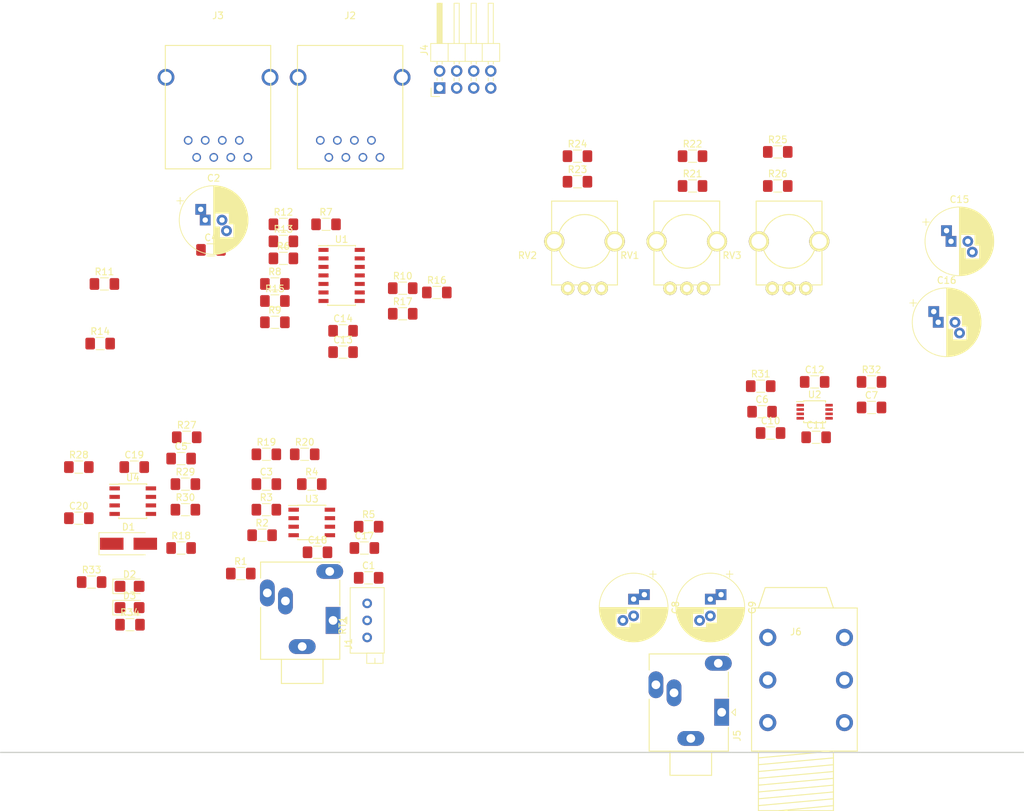
<source format=kicad_pcb>
(kicad_pcb (version 20171130) (host pcbnew 5.0.2-bee76a0~70~ubuntu16.04.1)
  (layers (0 F.Cu signal) (31 B.Cu signal) (34 B.Paste user) (35 F.Paste user) (36 B.SilkS user) (37 F.SilkS user) (38 B.Mask user) (39 F.Mask user) (44 Edge.Cuts user))
  (net 0 "")
  (net 1 "Net-(C1-Pad1)")
  (net 2 "Net-(C1-Pad2)")
  (net 3 +5V)
  (net 4 GNDPWR)
  (net 5 "Net-(C3-Pad2)")
  (net 6 "Net-(C3-Pad1)")
  (net 7 GNDA)
  (net 8 "Net-(C5-Pad2)")
  (net 9 "Net-(C6-Pad1)")
  (net 10 "Net-(C6-Pad2)")
  (net 11 "Net-(C7-Pad2)")
  (net 12 "Net-(C7-Pad1)")
  (net 13 "Net-(C8-Pad2)")
  (net 14 "Net-(C9-Pad2)")
  (net 15 "Net-(C10-Pad1)")
  (net 16 "Net-(D1-Pad2)")
  (net 17 "Net-(D2-Pad2)")
  (net 18 "Net-(D3-Pad2)")
  (net 19 "Net-(J1-PadRN)")
  (net 20 "Net-(J1-PadR)")
  (net 21 Operator+)
  (net 22 "Net-(J2-PadSH)")
  (net 23 Logger+)
  (net 24 Logger-)
  (net 25 Operator-)
  (net 26 Radio-)
  (net 27 Radio+)
  (net 28 "Net-(J4-Pad1)")
  (net 29 "Net-(J4-Pad3)")
  (net 30 "Net-(J5-PadRN)")
  (net 31 "Net-(J6-PadSN)")
  (net 32 "Net-(J6-PadRN)")
  (net 33 "Net-(R4-Pad1)")
  (net 34 "Net-(R18-Pad2)")
  (net 35 "Net-(R12-Pad2)")
  (net 36 "Net-(R13-Pad2)")
  (net 37 "Net-(R14-Pad2)")
  (net 38 "Net-(R15-Pad2)")
  (net 39 "Net-(R10-Pad1)")
  (net 40 "Net-(R11-Pad1)")
  (net 41 "Net-(R13-Pad1)")
  (net 42 "Net-(R15-Pad1)")
  (net 43 "Net-(R17-Pad1)")
  (net 44 "Net-(R21-Pad2)")
  (net 45 "Net-(R23-Pad2)")
  (net 46 "Net-(R25-Pad2)")
  (net 47 "Net-(R28-Pad1)")
  (net 48 "Net-(R29-Pad1)")
  (net 49 "Net-(R33-Pad2)")
  (net 50 "Net-(R34-Pad2)")
  (net 51 "Net-(RT1-Pad2)")
  (module Capacitor_SMD:C_1206_3216Metric_Pad1.42x1.75mm_HandSolder (layer F.Cu) (at 131.0275 126.365)
    (fp_text reference C1 (at 0 -1.82) (layer F.SilkS))
    (fp_text value 1uF)
    (pad 1 smd roundrect (at -1.4875 0) (size 1.425 1.75) (layers F.Cu F.Paste F.Mask) (roundrect_rratio 0.175439) (net 1 "Net-(C1-Pad1)"))
    (pad 2 smd roundrect (at 1.4875 0) (size 1.425 1.75) (layers F.Cu F.Paste F.Mask) (roundrect_rratio 0.175439) (net 2 "Net-(C1-Pad2)"))
  )
  (module Capacitor_THT:CP_Radial_D10.0mm_P2.50mm_P5.00mm (layer F.Cu) (at 106.68 73.025)
    (fp_text reference C2 (at 1.25 -6.25) (layer F.SilkS))
    (fp_text value 220uF)
    (pad 1 thru_hole rect (at 0 0) (size 1.6 1.6) (drill 0.8) (layers *.Cu *.Mask) (net 3 +5V))
    (pad 2 thru_hole circle (at 2.5 0) (size 1.6 1.6) (drill 0.8) (layers *.Cu *.Mask) (net 4 GNDPWR))
    (pad 1 thru_hole rect (at -0.670937 -1.6) (size 1.6 1.6) (drill 0.8) (layers *.Cu *.Mask) (net 3 +5V))
    (pad 2 thru_hole circle (at 3.170937 1.6) (size 1.6 1.6) (drill 0.8) (layers *.Cu *.Mask) (net 4 GNDPWR))
  )
  (module Capacitor_SMD:C_1206_3216Metric_Pad1.42x1.75mm_HandSolder (layer F.Cu) (at 115.7875 112.395)
    (fp_text reference C3 (at 0 -1.82) (layer F.SilkS))
    (fp_text value 330pF)
    (pad 2 smd roundrect (at 1.4875 0) (size 1.425 1.75) (layers F.Cu F.Paste F.Mask) (roundrect_rratio 0.175439) (net 5 "Net-(C3-Pad2)"))
    (pad 1 smd roundrect (at -1.4875 0) (size 1.425 1.75) (layers F.Cu F.Paste F.Mask) (roundrect_rratio 0.175439) (net 6 "Net-(C3-Pad1)"))
  )
  (module Capacitor_SMD:C_1206_3216Metric_Pad1.42x1.75mm_HandSolder (layer F.Cu) (at 107.5325 77.47)
    (fp_text reference C4 (at 0 -1.82) (layer F.SilkS))
    (fp_text value 1uF)
    (pad 2 smd roundrect (at 1.4875 0) (size 1.425 1.75) (layers F.Cu F.Paste F.Mask) (roundrect_rratio 0.175439) (net 4 GNDPWR))
    (pad 1 smd roundrect (at -1.4875 0) (size 1.425 1.75) (layers F.Cu F.Paste F.Mask) (roundrect_rratio 0.175439) (net 3 +5V))
  )
  (module Capacitor_SMD:C_1206_3216Metric_Pad1.42x1.75mm_HandSolder (layer F.Cu) (at 103.0875 108.585)
    (fp_text reference C5 (at 0 -1.82) (layer F.SilkS))
    (fp_text value 1uF)
    (pad 1 smd roundrect (at -1.4875 0) (size 1.425 1.75) (layers F.Cu F.Paste F.Mask) (roundrect_rratio 0.175439) (net 7 GNDA))
    (pad 2 smd roundrect (at 1.4875 0) (size 1.425 1.75) (layers F.Cu F.Paste F.Mask) (roundrect_rratio 0.175439) (net 8 "Net-(C5-Pad2)"))
  )
  (module Capacitor_SMD:C_1206_3216Metric_Pad1.42x1.75mm_HandSolder (layer F.Cu) (at 189.6475 101.6)
    (fp_text reference C6 (at 0 -1.82) (layer F.SilkS))
    (fp_text value 330pF)
    (pad 1 smd roundrect (at -1.4875 0) (size 1.425 1.75) (layers F.Cu F.Paste F.Mask) (roundrect_rratio 0.175439) (net 9 "Net-(C6-Pad1)"))
    (pad 2 smd roundrect (at 1.4875 0) (size 1.425 1.75) (layers F.Cu F.Paste F.Mask) (roundrect_rratio 0.175439) (net 10 "Net-(C6-Pad2)"))
  )
  (module Capacitor_SMD:C_1206_3216Metric_Pad1.42x1.75mm_HandSolder (layer F.Cu) (at 205.9575 100.965)
    (fp_text reference C7 (at 0 -1.82) (layer F.SilkS))
    (fp_text value 330pF)
    (pad 2 smd roundrect (at 1.4875 0) (size 1.425 1.75) (layers F.Cu F.Paste F.Mask) (roundrect_rratio 0.175439) (net 11 "Net-(C7-Pad2)"))
    (pad 1 smd roundrect (at -1.4875 0) (size 1.425 1.75) (layers F.Cu F.Paste F.Mask) (roundrect_rratio 0.175439) (net 12 "Net-(C7-Pad1)"))
  )
  (module Capacitor_THT:CP_Radial_D10.0mm_P2.50mm_P5.00mm (layer F.Cu) (at 170.51 129.544063 270)
    (fp_text reference C8 (at 1.25 -6.25 270) (layer F.SilkS))
    (fp_text value 220uF)
    (pad 2 thru_hole circle (at 3.170937 1.6 270) (size 1.6 1.6) (drill 0.8) (layers *.Cu *.Mask) (net 13 "Net-(C8-Pad2)"))
    (pad 1 thru_hole rect (at -0.670937 -1.6 270) (size 1.6 1.6) (drill 0.8) (layers *.Cu *.Mask) (net 9 "Net-(C6-Pad1)"))
    (pad 2 thru_hole circle (at 2.5 0 270) (size 1.6 1.6) (drill 0.8) (layers *.Cu *.Mask) (net 13 "Net-(C8-Pad2)"))
    (pad 1 thru_hole rect (at 0 0 270) (size 1.6 1.6) (drill 0.8) (layers *.Cu *.Mask) (net 9 "Net-(C6-Pad1)"))
  )
  (module Capacitor_THT:CP_Radial_D10.0mm_P2.50mm_P5.00mm (layer F.Cu) (at 181.94 129.544063 270)
    (fp_text reference C9 (at 1.25 -6.25 270) (layer F.SilkS))
    (fp_text value 220uF)
    (pad 1 thru_hole rect (at 0 0 270) (size 1.6 1.6) (drill 0.8) (layers *.Cu *.Mask) (net 12 "Net-(C7-Pad1)"))
    (pad 2 thru_hole circle (at 2.5 0 270) (size 1.6 1.6) (drill 0.8) (layers *.Cu *.Mask) (net 14 "Net-(C9-Pad2)"))
    (pad 1 thru_hole rect (at -0.670937 -1.6 270) (size 1.6 1.6) (drill 0.8) (layers *.Cu *.Mask) (net 12 "Net-(C7-Pad1)"))
    (pad 2 thru_hole circle (at 3.170937 1.6 270) (size 1.6 1.6) (drill 0.8) (layers *.Cu *.Mask) (net 14 "Net-(C9-Pad2)"))
  )
  (module Capacitor_SMD:C_1206_3216Metric_Pad1.42x1.75mm_HandSolder (layer F.Cu) (at 190.9175 104.775)
    (fp_text reference C10 (at 0 -1.82) (layer F.SilkS))
    (fp_text value 1uF)
    (pad 1 smd roundrect (at -1.4875 0) (size 1.425 1.75) (layers F.Cu F.Paste F.Mask) (roundrect_rratio 0.175439) (net 15 "Net-(C10-Pad1)"))
    (pad 2 smd roundrect (at 1.4875 0) (size 1.425 1.75) (layers F.Cu F.Paste F.Mask) (roundrect_rratio 0.175439) (net 4 GNDPWR))
  )
  (module Capacitor_SMD:C_1206_3216Metric_Pad1.42x1.75mm_HandSolder (layer F.Cu) (at 197.7025 105.41)
    (fp_text reference C11 (at 0 -1.82) (layer F.SilkS))
    (fp_text value .1uF)
    (pad 1 smd roundrect (at -1.4875 0) (size 1.425 1.75) (layers F.Cu F.Paste F.Mask) (roundrect_rratio 0.175439) (net 3 +5V))
    (pad 2 smd roundrect (at 1.4875 0) (size 1.425 1.75) (layers F.Cu F.Paste F.Mask) (roundrect_rratio 0.175439) (net 7 GNDA))
  )
  (module Capacitor_SMD:C_1206_3216Metric_Pad1.42x1.75mm_HandSolder (layer F.Cu) (at 197.485 97.155)
    (fp_text reference C12 (at 0 -1.82) (layer F.SilkS))
    (fp_text value .1uF)
    (pad 2 smd roundrect (at 1.4875 0) (size 1.425 1.75) (layers F.Cu F.Paste F.Mask) (roundrect_rratio 0.175439) (net 4 GNDPWR))
    (pad 1 smd roundrect (at -1.4875 0) (size 1.425 1.75) (layers F.Cu F.Paste F.Mask) (roundrect_rratio 0.175439) (net 7 GNDA))
  )
  (module Capacitor_SMD:C_1206_3216Metric_Pad1.42x1.75mm_HandSolder (layer F.Cu) (at 127.2175 92.71)
    (fp_text reference C13 (at 0 -1.82) (layer F.SilkS))
    (fp_text value .1uF)
    (pad 1 smd roundrect (at -1.4875 0) (size 1.425 1.75) (layers F.Cu F.Paste F.Mask) (roundrect_rratio 0.175439) (net 3 +5V))
    (pad 2 smd roundrect (at 1.4875 0) (size 1.425 1.75) (layers F.Cu F.Paste F.Mask) (roundrect_rratio 0.175439) (net 7 GNDA))
  )
  (module Capacitor_SMD:C_1206_3216Metric_Pad1.42x1.75mm_HandSolder (layer F.Cu) (at 127.2175 89.535)
    (fp_text reference C14 (at 0 -1.82) (layer F.SilkS))
    (fp_text value .1uF)
    (pad 2 smd roundrect (at 1.4875 0) (size 1.425 1.75) (layers F.Cu F.Paste F.Mask) (roundrect_rratio 0.175439) (net 4 GNDPWR))
    (pad 1 smd roundrect (at -1.4875 0) (size 1.425 1.75) (layers F.Cu F.Paste F.Mask) (roundrect_rratio 0.175439) (net 7 GNDA))
  )
  (module Capacitor_THT:CP_Radial_D10.0mm_P2.50mm_P5.00mm (layer F.Cu) (at 217.805 76.2)
    (fp_text reference C15 (at 1.25 -6.25) (layer F.SilkS))
    (fp_text value 220uF)
    (pad 2 thru_hole circle (at 3.170937 1.6) (size 1.6 1.6) (drill 0.8) (layers *.Cu *.Mask) (net 7 GNDA))
    (pad 1 thru_hole rect (at -0.670937 -1.6) (size 1.6 1.6) (drill 0.8) (layers *.Cu *.Mask) (net 3 +5V))
    (pad 2 thru_hole circle (at 2.5 0) (size 1.6 1.6) (drill 0.8) (layers *.Cu *.Mask) (net 7 GNDA))
    (pad 1 thru_hole rect (at 0 0) (size 1.6 1.6) (drill 0.8) (layers *.Cu *.Mask) (net 3 +5V))
  )
  (module Capacitor_THT:CP_Radial_D10.0mm_P2.50mm_P5.00mm (layer F.Cu) (at 215.9 88.265)
    (fp_text reference C16 (at 1.25 -6.25) (layer F.SilkS))
    (fp_text value 220uF)
    (pad 1 thru_hole rect (at 0 0) (size 1.6 1.6) (drill 0.8) (layers *.Cu *.Mask) (net 7 GNDA))
    (pad 2 thru_hole circle (at 2.5 0) (size 1.6 1.6) (drill 0.8) (layers *.Cu *.Mask) (net 4 GNDPWR))
    (pad 1 thru_hole rect (at -0.670937 -1.6) (size 1.6 1.6) (drill 0.8) (layers *.Cu *.Mask) (net 7 GNDA))
    (pad 2 thru_hole circle (at 3.170937 1.6) (size 1.6 1.6) (drill 0.8) (layers *.Cu *.Mask) (net 4 GNDPWR))
  )
  (module Capacitor_SMD:C_1206_3216Metric_Pad1.42x1.75mm_HandSolder (layer F.Cu) (at 130.3925 121.92)
    (fp_text reference C17 (at 0 -1.82) (layer F.SilkS))
    (fp_text value .1uF)
    (pad 2 smd roundrect (at 1.4875 0) (size 1.425 1.75) (layers F.Cu F.Paste F.Mask) (roundrect_rratio 0.175439) (net 7 GNDA))
    (pad 1 smd roundrect (at -1.4875 0) (size 1.425 1.75) (layers F.Cu F.Paste F.Mask) (roundrect_rratio 0.175439) (net 3 +5V))
  )
  (module Capacitor_SMD:C_1206_3216Metric_Pad1.42x1.75mm_HandSolder (layer F.Cu) (at 123.4075 122.555)
    (fp_text reference C18 (at 0 -1.82) (layer F.SilkS))
    (fp_text value .1uF)
    (pad 1 smd roundrect (at -1.4875 0) (size 1.425 1.75) (layers F.Cu F.Paste F.Mask) (roundrect_rratio 0.175439) (net 7 GNDA))
    (pad 2 smd roundrect (at 1.4875 0) (size 1.425 1.75) (layers F.Cu F.Paste F.Mask) (roundrect_rratio 0.175439) (net 4 GNDPWR))
  )
  (module Capacitor_SMD:C_1206_3216Metric_Pad1.42x1.75mm_HandSolder (layer F.Cu) (at 96.1025 109.855)
    (fp_text reference C19 (at 0 -1.82) (layer F.SilkS))
    (fp_text value .1uF)
    (pad 1 smd roundrect (at -1.4875 0) (size 1.425 1.75) (layers F.Cu F.Paste F.Mask) (roundrect_rratio 0.175439) (net 3 +5V))
    (pad 2 smd roundrect (at 1.4875 0) (size 1.425 1.75) (layers F.Cu F.Paste F.Mask) (roundrect_rratio 0.175439) (net 7 GNDA))
  )
  (module Capacitor_SMD:C_1206_3216Metric_Pad1.42x1.75mm_HandSolder (layer F.Cu) (at 87.8475 117.475)
    (fp_text reference C20 (at 0 -1.82) (layer F.SilkS))
    (fp_text value .1uF)
    (pad 2 smd roundrect (at 1.4875 0) (size 1.425 1.75) (layers F.Cu F.Paste F.Mask) (roundrect_rratio 0.175439) (net 4 GNDPWR))
    (pad 1 smd roundrect (at -1.4875 0) (size 1.425 1.75) (layers F.Cu F.Paste F.Mask) (roundrect_rratio 0.175439) (net 7 GNDA))
  )
  (module Diode_SMD:D_SMA_Handsoldering (layer F.Cu) (at 95.25 121.285)
    (fp_text reference D1 (at 0 -2.5) (layer F.SilkS))
    (fp_text value D_Small)
    (pad 1 smd rect (at -2.5 0) (size 3.5 1.8) (layers F.Cu F.Paste F.Mask) (net 8 "Net-(C5-Pad2)"))
    (pad 2 smd rect (at 2.5 0) (size 3.5 1.8) (layers F.Cu F.Paste F.Mask) (net 16 "Net-(D1-Pad2)"))
  )
  (module LED_SMD:LED_1206_3216Metric_Castellated (layer F.Cu) (at 95.405 127.635)
    (fp_text reference D2 (at 0 -1.78) (layer F.SilkS))
    (fp_text value Red)
    (pad 1 smd roundrect (at -1.425 0) (size 1.6 1.65) (layers F.Cu F.Paste F.Mask) (roundrect_rratio 0.15625) (net 4 GNDPWR))
    (pad 2 smd roundrect (at 1.425 0) (size 1.6 1.65) (layers F.Cu F.Paste F.Mask) (roundrect_rratio 0.15625) (net 17 "Net-(D2-Pad2)"))
  )
  (module LED_SMD:LED_1206_3216Metric_Castellated (layer F.Cu) (at 95.405 130.81)
    (fp_text reference D3 (at 0 -1.78) (layer F.SilkS))
    (fp_text value Green)
    (pad 2 smd roundrect (at 1.425 0) (size 1.6 1.65) (layers F.Cu F.Paste F.Mask) (roundrect_rratio 0.15625) (net 18 "Net-(D3-Pad2)"))
    (pad 1 smd roundrect (at -1.425 0) (size 1.6 1.65) (layers F.Cu F.Paste F.Mask) (roundrect_rratio 0.15625) (net 4 GNDPWR))
  )
  (module Connector_Audio:Jack_3.5mm_Ledino_KB3SPRS_Horizontal (layer F.Cu) (at 125.73 132.715 90)
    (fp_text reference J1 (at -3.5 2.3 90) (layer F.SilkS))
    (fp_text value Mic)
    (pad T thru_hole rect (at 0 0 90) (size 4 2.2) (drill 1.3) (layers *.Cu *.Mask) (net 2 "Net-(C1-Pad2)"))
    (pad TN thru_hole oval (at 7.3 -0.5 180) (size 4 2.2) (drill 1.3) (layers *.Cu *.Mask) (net 4 GNDPWR))
    (pad RN thru_hole oval (at 2.9 -7.1 90) (size 4 2.2) (drill 1.3) (layers *.Cu *.Mask) (net 19 "Net-(J1-PadRN)"))
    (pad R thru_hole oval (at 4.1 -9.8 90) (size 4 2.2) (drill 1.3) (layers *.Cu *.Mask) (net 20 "Net-(J1-PadR)"))
    (pad S thru_hole oval (at -3.9 -4.6 90) (size 2.2 4) (drill 1.3) (layers *.Cu *.Mask) (net 4 GNDPWR))
  )
  (module Libraries:RJ-45 (layer F.Cu) (at 128.27 46.99)
    (fp_text reference J2 (at 0 -4.445) (layer F.SilkS))
    (fp_text value "Mixer Bus")
    (pad 5 thru_hole circle (at -0.635 16.69) (size 1.3 1.3) (drill 0.9) (layers *.Cu *.Mask) (net 21 Operator+))
    (pad "" np_thru_hole circle (at -5.715 7.8) (size 3.5 3.5) (drill 3.5) (layers *.Cu))
    (pad "" np_thru_hole circle (at 5.715 7.8) (size 3.5 3.5) (drill 3.5) (layers *.Cu))
    (pad SH thru_hole circle (at 7.75 4.75) (size 2.5 2.5) (drill 1.7) (layers *.Cu *.Mask) (net 22 "Net-(J2-PadSH)"))
    (pad SH thru_hole circle (at -7.75 4.75) (size 2.5 2.5) (drill 1.7) (layers *.Cu *.Mask) (net 22 "Net-(J2-PadSH)"))
    (pad 6 thru_hole circle (at -1.905 14.15) (size 1.3 1.3) (drill 0.9) (layers *.Cu *.Mask) (net 3 +5V))
    (pad 7 thru_hole circle (at -3.175 16.69) (size 1.3 1.3) (drill 0.9) (layers *.Cu *.Mask) (net 23 Logger+))
    (pad 8 thru_hole circle (at -4.445 14.15) (size 1.3 1.3) (drill 0.9) (layers *.Cu *.Mask) (net 24 Logger-))
    (pad 4 thru_hole circle (at 0.635 14.15) (size 1.3 1.3) (drill 0.9) (layers *.Cu *.Mask) (net 25 Operator-))
    (pad 3 thru_hole circle (at 1.905 16.69) (size 1.3 1.3) (drill 0.9) (layers *.Cu *.Mask) (net 4 GNDPWR))
    (pad 2 thru_hole circle (at 3.175 14.15) (size 1.3 1.3) (drill 0.9) (layers *.Cu *.Mask) (net 26 Radio-))
    (pad 1 thru_hole circle (at 4.445 16.69) (size 1.3 1.3) (drill 0.9) (layers *.Cu *.Mask) (net 27 Radio+))
  )
  (module Libraries:RJ-45 (layer F.Cu) (at 108.585 46.99)
    (fp_text reference J3 (at 0 -4.445) (layer F.SilkS))
    (fp_text value "Mixer Bus")
    (pad 1 thru_hole circle (at 4.445 16.69) (size 1.3 1.3) (drill 0.9) (layers *.Cu *.Mask) (net 27 Radio+))
    (pad 2 thru_hole circle (at 3.175 14.15) (size 1.3 1.3) (drill 0.9) (layers *.Cu *.Mask) (net 26 Radio-))
    (pad 3 thru_hole circle (at 1.905 16.69) (size 1.3 1.3) (drill 0.9) (layers *.Cu *.Mask) (net 4 GNDPWR))
    (pad 4 thru_hole circle (at 0.635 14.15) (size 1.3 1.3) (drill 0.9) (layers *.Cu *.Mask) (net 25 Operator-))
    (pad 8 thru_hole circle (at -4.445 14.15) (size 1.3 1.3) (drill 0.9) (layers *.Cu *.Mask) (net 24 Logger-))
    (pad 7 thru_hole circle (at -3.175 16.69) (size 1.3 1.3) (drill 0.9) (layers *.Cu *.Mask) (net 23 Logger+))
    (pad 6 thru_hole circle (at -1.905 14.15) (size 1.3 1.3) (drill 0.9) (layers *.Cu *.Mask) (net 3 +5V))
    (pad SH thru_hole circle (at -7.75 4.75) (size 2.5 2.5) (drill 1.7) (layers *.Cu *.Mask) (net 22 "Net-(J2-PadSH)"))
    (pad SH thru_hole circle (at 7.75 4.75) (size 2.5 2.5) (drill 1.7) (layers *.Cu *.Mask) (net 22 "Net-(J2-PadSH)"))
    (pad "" np_thru_hole circle (at 5.715 7.8) (size 3.5 3.5) (drill 3.5) (layers *.Cu))
    (pad "" np_thru_hole circle (at -5.715 7.8) (size 3.5 3.5) (drill 3.5) (layers *.Cu))
    (pad 5 thru_hole circle (at -0.635 16.69) (size 1.3 1.3) (drill 0.9) (layers *.Cu *.Mask) (net 21 Operator+))
  )
  (module Connector_PinHeader_2.54mm:PinHeader_2x04_P2.54mm_Horizontal (layer F.Cu) (at 141.605 53.34 90)
    (fp_text reference J4 (at 5.655 -2.27 90) (layer F.SilkS))
    (fp_text value Operator/Logger)
    (pad 1 thru_hole rect (at 0 0 90) (size 1.7 1.7) (drill 1) (layers *.Cu *.Mask) (net 28 "Net-(J4-Pad1)"))
    (pad 2 thru_hole oval (at 2.54 0 90) (size 1.7 1.7) (drill 1) (layers *.Cu *.Mask) (net 21 Operator+))
    (pad 3 thru_hole oval (at 0 2.54 90) (size 1.7 1.7) (drill 1) (layers *.Cu *.Mask) (net 29 "Net-(J4-Pad3)"))
    (pad 4 thru_hole oval (at 2.54 2.54 90) (size 1.7 1.7) (drill 1) (layers *.Cu *.Mask) (net 25 Operator-))
    (pad 5 thru_hole oval (at 0 5.08 90) (size 1.7 1.7) (drill 1) (layers *.Cu *.Mask) (net 28 "Net-(J4-Pad1)"))
    (pad 6 thru_hole oval (at 2.54 5.08 90) (size 1.7 1.7) (drill 1) (layers *.Cu *.Mask) (net 23 Logger+))
    (pad 7 thru_hole oval (at 0 7.62 90) (size 1.7 1.7) (drill 1) (layers *.Cu *.Mask) (net 29 "Net-(J4-Pad3)"))
    (pad 8 thru_hole oval (at 2.54 7.62 90) (size 1.7 1.7) (drill 1) (layers *.Cu *.Mask) (net 24 Logger-))
  )
  (module Connector_Audio:Jack_3.5mm_Ledino_KB3SPRS_Horizontal (layer F.Cu) (at 183.63 146.41 90)
    (fp_text reference J5 (at -3.5 2.3 90) (layer F.SilkS))
    (fp_text value "Headphones 3.5mm")
    (pad S thru_hole oval (at -3.9 -4.6 90) (size 2.2 4) (drill 1.3) (layers *.Cu *.Mask) (net 14 "Net-(C9-Pad2)"))
    (pad R thru_hole oval (at 4.1 -9.8 90) (size 4 2.2) (drill 1.3) (layers *.Cu *.Mask) (net 13 "Net-(C8-Pad2)"))
    (pad RN thru_hole oval (at 2.9 -7.1 90) (size 4 2.2) (drill 1.3) (layers *.Cu *.Mask) (net 30 "Net-(J5-PadRN)"))
    (pad TN thru_hole oval (at 7.3 -0.5 180) (size 4 2.2) (drill 1.3) (layers *.Cu *.Mask) (net 4 GNDPWR))
    (pad T thru_hole rect (at 0 0 90) (size 4 2.2) (drill 1.3) (layers *.Cu *.Mask) (net 4 GNDPWR))
  )
  (module Libraries:NRJ6HF (layer F.Cu) (at 194.691 152.1968)
    (fp_text reference J6 (at 0 -17.78) (layer F.SilkS))
    (fp_text value "Headphones 1/4\"")
    (pad S thru_hole circle (at 7.239 -4.2418) (size 2.54 2.54) (drill 1.4986) (layers *.Cu *.Mask) (net 14 "Net-(C9-Pad2)"))
    (pad R thru_hole circle (at 7.239 -10.5918) (size 2.54 2.54) (drill 1.4986) (layers *.Cu *.Mask) (net 13 "Net-(C8-Pad2)"))
    (pad T thru_hole circle (at 7.239 -16.9418) (size 2.54 2.54) (drill 1.4986) (layers *.Cu *.Mask) (net 4 GNDPWR))
    (pad SN thru_hole circle (at -4.191 -4.2418) (size 2.54 2.54) (drill 1.4986) (layers *.Cu *.Mask) (net 31 "Net-(J6-PadSN)"))
    (pad RN thru_hole circle (at -4.191 -10.5918) (size 2.54 2.54) (drill 1.4986) (layers *.Cu *.Mask) (net 32 "Net-(J6-PadRN)"))
    (pad TN thru_hole circle (at -4.191 -16.9418) (size 2.54 2.54) (drill 1.4986) (layers *.Cu *.Mask) (net 4 GNDPWR))
    (pad "" np_thru_hole circle (at 6.839 -7.4422) (size 2.032 2.032) (drill 2.032) (layers *.Cu *.Mask))
    (pad "" np_thru_hole circle (at -3.691 -7.4422) (size 2.032 2.032) (drill 2.032) (layers *.Cu *.Mask))
    (pad "" np_thru_hole circle (at 5.1054 -13.7922) (size 2.9972 2.9972) (drill 2.9972) (layers *.Cu *.Mask))
  )
  (module Resistor_SMD:R_1206_3216Metric_Pad1.42x1.75mm_HandSolder (layer F.Cu) (at 111.9775 125.73)
    (fp_text reference R1 (at 0 -1.82) (layer F.SilkS))
    (fp_text value 10k)
    (pad 2 smd roundrect (at 1.4875 0) (size 1.425 1.75) (layers F.Cu F.Paste F.Mask) (roundrect_rratio 0.175439) (net 20 "Net-(J1-PadR)"))
    (pad 1 smd roundrect (at -1.4875 0) (size 1.425 1.75) (layers F.Cu F.Paste F.Mask) (roundrect_rratio 0.175439) (net 3 +5V))
  )
  (module Resistor_SMD:R_1206_3216Metric_Pad1.42x1.75mm_HandSolder (layer F.Cu) (at 115.1525 120.015)
    (fp_text reference R2 (at 0 -1.82) (layer F.SilkS))
    (fp_text value 100)
    (pad 1 smd roundrect (at -1.4875 0) (size 1.425 1.75) (layers F.Cu F.Paste F.Mask) (roundrect_rratio 0.175439) (net 7 GNDA))
    (pad 2 smd roundrect (at 1.4875 0) (size 1.425 1.75) (layers F.Cu F.Paste F.Mask) (roundrect_rratio 0.175439) (net 5 "Net-(C3-Pad2)"))
  )
  (module Resistor_SMD:R_1206_3216Metric_Pad1.42x1.75mm_HandSolder (layer F.Cu) (at 115.7875 116.205)
    (fp_text reference R3 (at 0 -1.82) (layer F.SilkS))
    (fp_text value 10k)
    (pad 1 smd roundrect (at -1.4875 0) (size 1.425 1.75) (layers F.Cu F.Paste F.Mask) (roundrect_rratio 0.175439) (net 6 "Net-(C3-Pad1)"))
    (pad 2 smd roundrect (at 1.4875 0) (size 1.425 1.75) (layers F.Cu F.Paste F.Mask) (roundrect_rratio 0.175439) (net 5 "Net-(C3-Pad2)"))
  )
  (module Resistor_SMD:R_1206_3216Metric_Pad1.42x1.75mm_HandSolder (layer F.Cu) (at 122.555 112.395)
    (fp_text reference R4 (at 0 -1.82) (layer F.SilkS))
    (fp_text value 10k)
    (pad 2 smd roundrect (at 1.4875 0) (size 1.425 1.75) (layers F.Cu F.Paste F.Mask) (roundrect_rratio 0.175439) (net 6 "Net-(C3-Pad1)"))
    (pad 1 smd roundrect (at -1.4875 0) (size 1.425 1.75) (layers F.Cu F.Paste F.Mask) (roundrect_rratio 0.175439) (net 33 "Net-(R4-Pad1)"))
  )
  (module Resistor_SMD:R_1206_3216Metric_Pad1.42x1.75mm_HandSolder (layer F.Cu) (at 131.0275 118.745)
    (fp_text reference R5 (at 0 -1.82) (layer F.SilkS))
    (fp_text value 10k)
    (pad 2 smd roundrect (at 1.4875 0) (size 1.425 1.75) (layers F.Cu F.Paste F.Mask) (roundrect_rratio 0.175439) (net 33 "Net-(R4-Pad1)"))
    (pad 1 smd roundrect (at -1.4875 0) (size 1.425 1.75) (layers F.Cu F.Paste F.Mask) (roundrect_rratio 0.175439) (net 34 "Net-(R18-Pad2)"))
  )
  (module Resistor_SMD:R_1206_3216Metric_Pad1.42x1.75mm_HandSolder (layer F.Cu) (at 118.3275 78.74)
    (fp_text reference R6 (at 0 -1.82) (layer F.SilkS))
    (fp_text value 10k)
    (pad 1 smd roundrect (at -1.4875 0) (size 1.425 1.75) (layers F.Cu F.Paste F.Mask) (roundrect_rratio 0.175439) (net 35 "Net-(R12-Pad2)"))
    (pad 2 smd roundrect (at 1.4875 0) (size 1.425 1.75) (layers F.Cu F.Paste F.Mask) (roundrect_rratio 0.175439) (net 27 Radio+))
  )
  (module Resistor_SMD:R_1206_3216Metric_Pad1.42x1.75mm_HandSolder (layer F.Cu) (at 124.6775 73.66)
    (fp_text reference R7 (at 0 -1.82) (layer F.SilkS))
    (fp_text value 10k)
    (pad 2 smd roundrect (at 1.4875 0) (size 1.425 1.75) (layers F.Cu F.Paste F.Mask) (roundrect_rratio 0.175439) (net 26 Radio-))
    (pad 1 smd roundrect (at -1.4875 0) (size 1.425 1.75) (layers F.Cu F.Paste F.Mask) (roundrect_rratio 0.175439) (net 36 "Net-(R13-Pad2)"))
  )
  (module Resistor_SMD:R_1206_3216Metric_Pad1.42x1.75mm_HandSolder (layer F.Cu) (at 117.0575 82.55)
    (fp_text reference R8 (at 0 -1.82) (layer F.SilkS))
    (fp_text value 10k)
    (pad 1 smd roundrect (at -1.4875 0) (size 1.425 1.75) (layers F.Cu F.Paste F.Mask) (roundrect_rratio 0.175439) (net 37 "Net-(R14-Pad2)"))
    (pad 2 smd roundrect (at 1.4875 0) (size 1.425 1.75) (layers F.Cu F.Paste F.Mask) (roundrect_rratio 0.175439) (net 21 Operator+))
  )
  (module Resistor_SMD:R_1206_3216Metric_Pad1.42x1.75mm_HandSolder (layer F.Cu) (at 117.0575 88.265)
    (fp_text reference R9 (at 0 -1.82) (layer F.SilkS))
    (fp_text value 10k)
    (pad 2 smd roundrect (at 1.4875 0) (size 1.425 1.75) (layers F.Cu F.Paste F.Mask) (roundrect_rratio 0.175439) (net 25 Operator-))
    (pad 1 smd roundrect (at -1.4875 0) (size 1.425 1.75) (layers F.Cu F.Paste F.Mask) (roundrect_rratio 0.175439) (net 38 "Net-(R15-Pad2)"))
  )
  (module Resistor_SMD:R_1206_3216Metric_Pad1.42x1.75mm_HandSolder (layer F.Cu) (at 136.1075 83.185)
    (fp_text reference R10 (at 0 -1.82) (layer F.SilkS))
    (fp_text value 10k)
    (pad 1 smd roundrect (at -1.4875 0) (size 1.425 1.75) (layers F.Cu F.Paste F.Mask) (roundrect_rratio 0.175439) (net 39 "Net-(R10-Pad1)"))
    (pad 2 smd roundrect (at 1.4875 0) (size 1.425 1.75) (layers F.Cu F.Paste F.Mask) (roundrect_rratio 0.175439) (net 23 Logger+))
  )
  (module Resistor_SMD:R_1206_3216Metric_Pad1.42x1.75mm_HandSolder (layer F.Cu) (at 91.6575 82.55)
    (fp_text reference R11 (at 0 -1.82) (layer F.SilkS))
    (fp_text value 10k)
    (pad 2 smd roundrect (at 1.4875 0) (size 1.425 1.75) (layers F.Cu F.Paste F.Mask) (roundrect_rratio 0.175439) (net 24 Logger-))
    (pad 1 smd roundrect (at -1.4875 0) (size 1.425 1.75) (layers F.Cu F.Paste F.Mask) (roundrect_rratio 0.175439) (net 40 "Net-(R11-Pad1)"))
  )
  (module Resistor_SMD:R_1206_3216Metric_Pad1.42x1.75mm_HandSolder (layer F.Cu) (at 118.3275 73.66)
    (fp_text reference R12 (at 0 -1.82) (layer F.SilkS))
    (fp_text value 10k)
    (pad 2 smd roundrect (at 1.4875 0) (size 1.425 1.75) (layers F.Cu F.Paste F.Mask) (roundrect_rratio 0.175439) (net 35 "Net-(R12-Pad2)"))
    (pad 1 smd roundrect (at -1.4875 0) (size 1.425 1.75) (layers F.Cu F.Paste F.Mask) (roundrect_rratio 0.175439) (net 7 GNDA))
  )
  (module Resistor_SMD:R_1206_3216Metric_Pad1.42x1.75mm_HandSolder (layer F.Cu) (at 118.3275 76.2)
    (fp_text reference R13 (at 0 -1.82) (layer F.SilkS))
    (fp_text value 10k)
    (pad 1 smd roundrect (at -1.4875 0) (size 1.425 1.75) (layers F.Cu F.Paste F.Mask) (roundrect_rratio 0.175439) (net 41 "Net-(R13-Pad1)"))
    (pad 2 smd roundrect (at 1.4875 0) (size 1.425 1.75) (layers F.Cu F.Paste F.Mask) (roundrect_rratio 0.175439) (net 36 "Net-(R13-Pad2)"))
  )
  (module Resistor_SMD:R_1206_3216Metric_Pad1.42x1.75mm_HandSolder (layer F.Cu) (at 91.0225 91.44)
    (fp_text reference R14 (at 0 -1.82) (layer F.SilkS))
    (fp_text value 10k)
    (pad 2 smd roundrect (at 1.4875 0) (size 1.425 1.75) (layers F.Cu F.Paste F.Mask) (roundrect_rratio 0.175439) (net 37 "Net-(R14-Pad2)"))
    (pad 1 smd roundrect (at -1.4875 0) (size 1.425 1.75) (layers F.Cu F.Paste F.Mask) (roundrect_rratio 0.175439) (net 7 GNDA))
  )
  (module Resistor_SMD:R_1206_3216Metric_Pad1.42x1.75mm_HandSolder (layer F.Cu) (at 117.0575 85.09)
    (fp_text reference R15 (at 0 -1.82) (layer F.SilkS))
    (fp_text value 10k)
    (pad 2 smd roundrect (at 1.4875 0) (size 1.425 1.75) (layers F.Cu F.Paste F.Mask) (roundrect_rratio 0.175439) (net 38 "Net-(R15-Pad2)"))
    (pad 1 smd roundrect (at -1.4875 0) (size 1.425 1.75) (layers F.Cu F.Paste F.Mask) (roundrect_rratio 0.175439) (net 42 "Net-(R15-Pad1)"))
  )
  (module Resistor_SMD:R_1206_3216Metric_Pad1.42x1.75mm_HandSolder (layer F.Cu) (at 141.1875 83.82)
    (fp_text reference R16 (at 0 -1.82) (layer F.SilkS))
    (fp_text value 10k)
    (pad 2 smd roundrect (at 1.4875 0) (size 1.425 1.75) (layers F.Cu F.Paste F.Mask) (roundrect_rratio 0.175439) (net 39 "Net-(R10-Pad1)"))
    (pad 1 smd roundrect (at -1.4875 0) (size 1.425 1.75) (layers F.Cu F.Paste F.Mask) (roundrect_rratio 0.175439) (net 7 GNDA))
  )
  (module Resistor_SMD:R_1206_3216Metric_Pad1.42x1.75mm_HandSolder (layer F.Cu) (at 136.1075 86.995)
    (fp_text reference R17 (at 0 -1.82) (layer F.SilkS))
    (fp_text value 10k)
    (pad 1 smd roundrect (at -1.4875 0) (size 1.425 1.75) (layers F.Cu F.Paste F.Mask) (roundrect_rratio 0.175439) (net 43 "Net-(R17-Pad1)"))
    (pad 2 smd roundrect (at 1.4875 0) (size 1.425 1.75) (layers F.Cu F.Paste F.Mask) (roundrect_rratio 0.175439) (net 40 "Net-(R11-Pad1)"))
  )
  (module Resistor_SMD:R_1206_3216Metric_Pad1.42x1.75mm_HandSolder (layer F.Cu) (at 103.0875 121.92)
    (fp_text reference R18 (at 0 -1.82) (layer F.SilkS))
    (fp_text value 10k)
    (pad 2 smd roundrect (at 1.4875 0) (size 1.425 1.75) (layers F.Cu F.Paste F.Mask) (roundrect_rratio 0.175439) (net 34 "Net-(R18-Pad2)"))
    (pad 1 smd roundrect (at -1.4875 0) (size 1.425 1.75) (layers F.Cu F.Paste F.Mask) (roundrect_rratio 0.175439) (net 16 "Net-(D1-Pad2)"))
  )
  (module Resistor_SMD:R_1206_3216Metric_Pad1.42x1.75mm_HandSolder (layer F.Cu) (at 115.7875 107.95)
    (fp_text reference R19 (at 0 -1.82) (layer F.SilkS))
    (fp_text value 10)
    (pad 1 smd roundrect (at -1.4875 0) (size 1.425 1.75) (layers F.Cu F.Paste F.Mask) (roundrect_rratio 0.175439) (net 28 "Net-(J4-Pad1)"))
    (pad 2 smd roundrect (at 1.4875 0) (size 1.425 1.75) (layers F.Cu F.Paste F.Mask) (roundrect_rratio 0.175439) (net 6 "Net-(C3-Pad1)"))
  )
  (module Resistor_SMD:R_1206_3216Metric_Pad1.42x1.75mm_HandSolder (layer F.Cu) (at 121.5025 107.95)
    (fp_text reference R20 (at 0 -1.82) (layer F.SilkS))
    (fp_text value 10)
    (pad 2 smd roundrect (at 1.4875 0) (size 1.425 1.75) (layers F.Cu F.Paste F.Mask) (roundrect_rratio 0.175439) (net 34 "Net-(R18-Pad2)"))
    (pad 1 smd roundrect (at -1.4875 0) (size 1.425 1.75) (layers F.Cu F.Paste F.Mask) (roundrect_rratio 0.175439) (net 29 "Net-(J4-Pad3)"))
  )
  (module Resistor_SMD:R_1206_3216Metric_Pad1.42x1.75mm_HandSolder (layer F.Cu) (at 179.2875 67.945)
    (fp_text reference R21 (at 0 -1.82) (layer F.SilkS))
    (fp_text value 10k)
    (pad 2 smd roundrect (at 1.4875 0) (size 1.425 1.75) (layers F.Cu F.Paste F.Mask) (roundrect_rratio 0.175439) (net 44 "Net-(R21-Pad2)"))
    (pad 1 smd roundrect (at -1.4875 0) (size 1.425 1.75) (layers F.Cu F.Paste F.Mask) (roundrect_rratio 0.175439) (net 10 "Net-(C6-Pad2)"))
  )
  (module Resistor_SMD:R_1206_3216Metric_Pad1.42x1.75mm_HandSolder (layer F.Cu) (at 179.2875 63.5)
    (fp_text reference R22 (at 0 -1.82) (layer F.SilkS))
    (fp_text value 10k)
    (pad 2 smd roundrect (at 1.4875 0) (size 1.425 1.75) (layers F.Cu F.Paste F.Mask) (roundrect_rratio 0.175439) (net 44 "Net-(R21-Pad2)"))
    (pad 1 smd roundrect (at -1.4875 0) (size 1.425 1.75) (layers F.Cu F.Paste F.Mask) (roundrect_rratio 0.175439) (net 11 "Net-(C7-Pad2)"))
  )
  (module Resistor_SMD:R_1206_3216Metric_Pad1.42x1.75mm_HandSolder (layer F.Cu) (at 162.1425 67.31)
    (fp_text reference R23 (at 0 -1.82) (layer F.SilkS))
    (fp_text value 10k)
    (pad 1 smd roundrect (at -1.4875 0) (size 1.425 1.75) (layers F.Cu F.Paste F.Mask) (roundrect_rratio 0.175439) (net 10 "Net-(C6-Pad2)"))
    (pad 2 smd roundrect (at 1.4875 0) (size 1.425 1.75) (layers F.Cu F.Paste F.Mask) (roundrect_rratio 0.175439) (net 45 "Net-(R23-Pad2)"))
  )
  (module Resistor_SMD:R_1206_3216Metric_Pad1.42x1.75mm_HandSolder (layer F.Cu) (at 162.1425 63.5)
    (fp_text reference R24 (at 0 -1.82) (layer F.SilkS))
    (fp_text value 10k)
    (pad 1 smd roundrect (at -1.4875 0) (size 1.425 1.75) (layers F.Cu F.Paste F.Mask) (roundrect_rratio 0.175439) (net 11 "Net-(C7-Pad2)"))
    (pad 2 smd roundrect (at 1.4875 0) (size 1.425 1.75) (layers F.Cu F.Paste F.Mask) (roundrect_rratio 0.175439) (net 45 "Net-(R23-Pad2)"))
  )
  (module Resistor_SMD:R_1206_3216Metric_Pad1.42x1.75mm_HandSolder (layer F.Cu) (at 191.9875 62.865)
    (fp_text reference R25 (at 0 -1.82) (layer F.SilkS))
    (fp_text value 10k)
    (pad 1 smd roundrect (at -1.4875 0) (size 1.425 1.75) (layers F.Cu F.Paste F.Mask) (roundrect_rratio 0.175439) (net 10 "Net-(C6-Pad2)"))
    (pad 2 smd roundrect (at 1.4875 0) (size 1.425 1.75) (layers F.Cu F.Paste F.Mask) (roundrect_rratio 0.175439) (net 46 "Net-(R25-Pad2)"))
  )
  (module Resistor_SMD:R_1206_3216Metric_Pad1.42x1.75mm_HandSolder (layer F.Cu) (at 191.9875 67.945)
    (fp_text reference R26 (at 0 -1.82) (layer F.SilkS))
    (fp_text value 10k)
    (pad 2 smd roundrect (at 1.4875 0) (size 1.425 1.75) (layers F.Cu F.Paste F.Mask) (roundrect_rratio 0.175439) (net 46 "Net-(R25-Pad2)"))
    (pad 1 smd roundrect (at -1.4875 0) (size 1.425 1.75) (layers F.Cu F.Paste F.Mask) (roundrect_rratio 0.175439) (net 11 "Net-(C7-Pad2)"))
  )
  (module Resistor_SMD:R_1206_3216Metric_Pad1.42x1.75mm_HandSolder (layer F.Cu) (at 103.9225 105.41)
    (fp_text reference R27 (at 0 -1.82) (layer F.SilkS))
    (fp_text value 100k)
    (pad 1 smd roundrect (at -1.4875 0) (size 1.425 1.75) (layers F.Cu F.Paste F.Mask) (roundrect_rratio 0.175439) (net 7 GNDA))
    (pad 2 smd roundrect (at 1.4875 0) (size 1.425 1.75) (layers F.Cu F.Paste F.Mask) (roundrect_rratio 0.175439) (net 8 "Net-(C5-Pad2)"))
  )
  (module Resistor_SMD:R_1206_3216Metric_Pad1.42x1.75mm_HandSolder (layer F.Cu) (at 87.8475 109.855)
    (fp_text reference R28 (at 0 -1.82) (layer F.SilkS))
    (fp_text value 30k)
    (pad 1 smd roundrect (at -1.4875 0) (size 1.425 1.75) (layers F.Cu F.Paste F.Mask) (roundrect_rratio 0.175439) (net 47 "Net-(R28-Pad1)"))
    (pad 2 smd roundrect (at 1.4875 0) (size 1.425 1.75) (layers F.Cu F.Paste F.Mask) (roundrect_rratio 0.175439) (net 3 +5V))
  )
  (module Resistor_SMD:R_1206_3216Metric_Pad1.42x1.75mm_HandSolder (layer F.Cu) (at 103.7225 112.395)
    (fp_text reference R29 (at 0 -1.82) (layer F.SilkS))
    (fp_text value 10k)
    (pad 1 smd roundrect (at -1.4875 0) (size 1.425 1.75) (layers F.Cu F.Paste F.Mask) (roundrect_rratio 0.175439) (net 48 "Net-(R29-Pad1)"))
    (pad 2 smd roundrect (at 1.4875 0) (size 1.425 1.75) (layers F.Cu F.Paste F.Mask) (roundrect_rratio 0.175439) (net 47 "Net-(R28-Pad1)"))
  )
  (module Resistor_SMD:R_1206_3216Metric_Pad1.42x1.75mm_HandSolder (layer F.Cu) (at 103.7225 116.205)
    (fp_text reference R30 (at 0 -1.82) (layer F.SilkS))
    (fp_text value 10k)
    (pad 1 smd roundrect (at -1.4875 0) (size 1.425 1.75) (layers F.Cu F.Paste F.Mask) (roundrect_rratio 0.175439) (net 7 GNDA))
    (pad 2 smd roundrect (at 1.4875 0) (size 1.425 1.75) (layers F.Cu F.Paste F.Mask) (roundrect_rratio 0.175439) (net 48 "Net-(R29-Pad1)"))
  )
  (module Resistor_SMD:R_1206_3216Metric_Pad1.42x1.75mm_HandSolder (layer F.Cu) (at 189.4475 97.79)
    (fp_text reference R31 (at 0 -1.82) (layer F.SilkS))
    (fp_text value 30k)
    (pad 1 smd roundrect (at -1.4875 0) (size 1.425 1.75) (layers F.Cu F.Paste F.Mask) (roundrect_rratio 0.175439) (net 9 "Net-(C6-Pad1)"))
    (pad 2 smd roundrect (at 1.4875 0) (size 1.425 1.75) (layers F.Cu F.Paste F.Mask) (roundrect_rratio 0.175439) (net 10 "Net-(C6-Pad2)"))
  )
  (module Resistor_SMD:R_1206_3216Metric_Pad1.42x1.75mm_HandSolder (layer F.Cu) (at 205.9575 97.155)
    (fp_text reference R32 (at 0 -1.82) (layer F.SilkS))
    (fp_text value 10k)
    (pad 2 smd roundrect (at 1.4875 0) (size 1.425 1.75) (layers F.Cu F.Paste F.Mask) (roundrect_rratio 0.175439) (net 11 "Net-(C7-Pad2)"))
    (pad 1 smd roundrect (at -1.4875 0) (size 1.425 1.75) (layers F.Cu F.Paste F.Mask) (roundrect_rratio 0.175439) (net 12 "Net-(C7-Pad1)"))
  )
  (module Resistor_SMD:R_1206_3216Metric_Pad1.42x1.75mm_HandSolder (layer F.Cu) (at 89.7525 127)
    (fp_text reference R33 (at 0 -1.82) (layer F.SilkS))
    (fp_text value 1k)
    (pad 2 smd roundrect (at 1.4875 0) (size 1.425 1.75) (layers F.Cu F.Paste F.Mask) (roundrect_rratio 0.175439) (net 49 "Net-(R33-Pad2)"))
    (pad 1 smd roundrect (at -1.4875 0) (size 1.425 1.75) (layers F.Cu F.Paste F.Mask) (roundrect_rratio 0.175439) (net 17 "Net-(D2-Pad2)"))
  )
  (module Resistor_SMD:R_1206_3216Metric_Pad1.42x1.75mm_HandSolder (layer F.Cu) (at 95.4675 133.35)
    (fp_text reference R34 (at 0 -1.82) (layer F.SilkS))
    (fp_text value 1k)
    (pad 1 smd roundrect (at -1.4875 0) (size 1.425 1.75) (layers F.Cu F.Paste F.Mask) (roundrect_rratio 0.175439) (net 18 "Net-(D3-Pad2)"))
    (pad 2 smd roundrect (at 1.4875 0) (size 1.425 1.75) (layers F.Cu F.Paste F.Mask) (roundrect_rratio 0.175439) (net 50 "Net-(R34-Pad2)"))
  )
  (module Potentiometer_THT:Potentiometer_Bourns_3296X_Horizontal (layer F.Cu) (at 130.81 130.175 90)
    (fp_text reference RT1 (at -3.3 -3.66 90) (layer F.SilkS))
    (fp_text value 10k)
    (pad 1 thru_hole circle (at 0 0 90) (size 1.44 1.44) (drill 0.8) (layers *.Cu *.Mask) (net 1 "Net-(C1-Pad1)"))
    (pad 2 thru_hole circle (at -2.54 0 90) (size 1.44 1.44) (drill 0.8) (layers *.Cu *.Mask) (net 51 "Net-(RT1-Pad2)"))
    (pad 3 thru_hole circle (at -5.08 0 90) (size 1.44 1.44) (drill 0.8) (layers *.Cu *.Mask) (net 7 GNDA))
  )
  (module Libraries:Pot-EVU-F2M (layer F.Cu) (at 178.435 76.2)
    (fp_text reference RV1 (at -8.5 2.1) (layer F.SilkS))
    (fp_text value 10k)
    (pad 1 thru_hole circle (at -2.5 7) (size 2 2) (drill 1.1) (layers *.Cu *.Mask F.SilkS) (net 41 "Net-(R13-Pad1)"))
    (pad 2 thru_hole circle (at 0 7) (size 2 2) (drill 1.1) (layers *.Cu *.Mask F.SilkS) (net 44 "Net-(R21-Pad2)"))
    (pad 3 thru_hole circle (at 2.5 7) (size 2 2) (drill 1.1) (layers *.Cu *.Mask F.SilkS) (net 7 GNDA))
    (pad "" thru_hole circle (at -4.5 0) (size 3 3) (drill 2.2) (layers *.Cu *.Mask F.SilkS))
    (pad "" thru_hole circle (at 4.5 0) (size 3 3) (drill 2.2) (layers *.Cu *.Mask F.SilkS))
  )
  (module Libraries:Pot-EVU-F2M (layer F.Cu) (at 163.195 76.2)
    (fp_text reference RV2 (at -8.5 2.1) (layer F.SilkS))
    (fp_text value 10k)
    (pad "" thru_hole circle (at 4.5 0) (size 3 3) (drill 2.2) (layers *.Cu *.Mask F.SilkS))
    (pad "" thru_hole circle (at -4.5 0) (size 3 3) (drill 2.2) (layers *.Cu *.Mask F.SilkS))
    (pad 3 thru_hole circle (at 2.5 7) (size 2 2) (drill 1.1) (layers *.Cu *.Mask F.SilkS) (net 7 GNDA))
    (pad 2 thru_hole circle (at 0 7) (size 2 2) (drill 1.1) (layers *.Cu *.Mask F.SilkS) (net 45 "Net-(R23-Pad2)"))
    (pad 1 thru_hole circle (at -2.5 7) (size 2 2) (drill 1.1) (layers *.Cu *.Mask F.SilkS) (net 42 "Net-(R15-Pad1)"))
  )
  (module Libraries:Pot-EVU-F2M (layer F.Cu) (at 193.675 76.2)
    (fp_text reference RV3 (at -8.5 2.1) (layer F.SilkS))
    (fp_text value 10k)
    (pad 1 thru_hole circle (at -2.5 7) (size 2 2) (drill 1.1) (layers *.Cu *.Mask F.SilkS) (net 43 "Net-(R17-Pad1)"))
    (pad 2 thru_hole circle (at 0 7) (size 2 2) (drill 1.1) (layers *.Cu *.Mask F.SilkS) (net 46 "Net-(R25-Pad2)"))
    (pad 3 thru_hole circle (at 2.5 7) (size 2 2) (drill 1.1) (layers *.Cu *.Mask F.SilkS) (net 7 GNDA))
    (pad "" thru_hole circle (at -4.5 0) (size 3 3) (drill 2.2) (layers *.Cu *.Mask F.SilkS))
    (pad "" thru_hole circle (at 4.5 0) (size 3 3) (drill 2.2) (layers *.Cu *.Mask F.SilkS))
  )
  (module Package_SO:SOIC-14_3.9x8.7mm_P1.27mm (layer F.Cu) (at 127 81.28)
    (fp_text reference U1 (at 0 -5.375) (layer F.SilkS))
    (fp_text value TL074)
    (pad 1 smd rect (at -2.7 -3.81) (size 1.5 0.6) (layers F.Cu F.Paste F.Mask) (net 41 "Net-(R13-Pad1)"))
    (pad 2 smd rect (at -2.7 -2.54) (size 1.5 0.6) (layers F.Cu F.Paste F.Mask) (net 36 "Net-(R13-Pad2)"))
    (pad 3 smd rect (at -2.7 -1.27) (size 1.5 0.6) (layers F.Cu F.Paste F.Mask) (net 35 "Net-(R12-Pad2)"))
    (pad 4 smd rect (at -2.7 0) (size 1.5 0.6) (layers F.Cu F.Paste F.Mask) (net 3 +5V))
    (pad 5 smd rect (at -2.7 1.27) (size 1.5 0.6) (layers F.Cu F.Paste F.Mask) (net 37 "Net-(R14-Pad2)"))
    (pad 6 smd rect (at -2.7 2.54) (size 1.5 0.6) (layers F.Cu F.Paste F.Mask) (net 38 "Net-(R15-Pad2)"))
    (pad 7 smd rect (at -2.7 3.81) (size 1.5 0.6) (layers F.Cu F.Paste F.Mask) (net 42 "Net-(R15-Pad1)"))
    (pad 8 smd rect (at 2.7 3.81) (size 1.5 0.6) (layers F.Cu F.Paste F.Mask) (net 43 "Net-(R17-Pad1)"))
    (pad 9 smd rect (at 2.7 2.54) (size 1.5 0.6) (layers F.Cu F.Paste F.Mask) (net 40 "Net-(R11-Pad1)"))
    (pad 10 smd rect (at 2.7 1.27) (size 1.5 0.6) (layers F.Cu F.Paste F.Mask) (net 39 "Net-(R10-Pad1)"))
    (pad 11 smd rect (at 2.7 0) (size 1.5 0.6) (layers F.Cu F.Paste F.Mask) (net 4 GNDPWR))
    (pad 12 smd rect (at 2.7 -1.27) (size 1.5 0.6) (layers F.Cu F.Paste F.Mask) (net 15 "Net-(C10-Pad1)"))
    (pad 13 smd rect (at 2.7 -2.54) (size 1.5 0.6) (layers F.Cu F.Paste F.Mask) (net 7 GNDA))
    (pad 14 smd rect (at 2.7 -3.81) (size 1.5 0.6) (layers F.Cu F.Paste F.Mask) (net 7 GNDA))
  )
  (module Package_SO:TSSOP-8_3x3mm_P0.65mm (layer F.Cu) (at 197.485 101.6)
    (fp_text reference U2 (at 0 -2.55) (layer F.SilkS))
    (fp_text value LM4881)
    (pad 1 smd rect (at -2.15 -0.975) (size 1.1 0.4) (layers F.Cu F.Paste F.Mask) (net 9 "Net-(C6-Pad1)"))
    (pad 2 smd rect (at -2.15 -0.325) (size 1.1 0.4) (layers F.Cu F.Paste F.Mask) (net 10 "Net-(C6-Pad2)"))
    (pad 3 smd rect (at -2.15 0.325) (size 1.1 0.4) (layers F.Cu F.Paste F.Mask) (net 15 "Net-(C10-Pad1)"))
    (pad 4 smd rect (at -2.15 0.975) (size 1.1 0.4) (layers F.Cu F.Paste F.Mask) (net 4 GNDPWR))
    (pad 5 smd rect (at 2.15 0.975) (size 1.1 0.4) (layers F.Cu F.Paste F.Mask) (net 4 GNDPWR))
    (pad 6 smd rect (at 2.15 0.325) (size 1.1 0.4) (layers F.Cu F.Paste F.Mask) (net 11 "Net-(C7-Pad2)"))
    (pad 7 smd rect (at 2.15 -0.325) (size 1.1 0.4) (layers F.Cu F.Paste F.Mask) (net 12 "Net-(C7-Pad1)"))
    (pad 8 smd rect (at 2.15 -0.975) (size 1.1 0.4) (layers F.Cu F.Paste F.Mask) (net 3 +5V))
  )
  (module Package_SO:SOIC-8_3.9x4.9mm_P1.27mm (layer F.Cu) (at 122.555 118.11)
    (fp_text reference U3 (at 0 -3.5) (layer F.SilkS))
    (fp_text value TL072)
    (pad 1 smd rect (at -2.7 -1.905) (size 1.55 0.6) (layers F.Cu F.Paste F.Mask) (net 6 "Net-(C3-Pad1)"))
    (pad 2 smd rect (at -2.7 -0.635) (size 1.55 0.6) (layers F.Cu F.Paste F.Mask) (net 5 "Net-(C3-Pad2)"))
    (pad 3 smd rect (at -2.7 0.635) (size 1.55 0.6) (layers F.Cu F.Paste F.Mask) (net 51 "Net-(RT1-Pad2)"))
    (pad 4 smd rect (at -2.7 1.905) (size 1.55 0.6) (layers F.Cu F.Paste F.Mask) (net 4 GNDPWR))
    (pad 5 smd rect (at 2.7 1.905) (size 1.55 0.6) (layers F.Cu F.Paste F.Mask) (net 7 GNDA))
    (pad 6 smd rect (at 2.7 0.635) (size 1.55 0.6) (layers F.Cu F.Paste F.Mask) (net 33 "Net-(R4-Pad1)"))
    (pad 7 smd rect (at 2.7 -0.635) (size 1.55 0.6) (layers F.Cu F.Paste F.Mask) (net 34 "Net-(R18-Pad2)"))
    (pad 8 smd rect (at 2.7 -1.905) (size 1.55 0.6) (layers F.Cu F.Paste F.Mask) (net 3 +5V))
  )
  (module Package_SO:SOIC-8_3.9x4.9mm_P1.27mm (layer F.Cu) (at 95.885 114.935)
    (fp_text reference U4 (at 0 -3.5) (layer F.SilkS))
    (fp_text value LM393)
    (pad 8 smd rect (at 2.7 -1.905) (size 1.55 0.6) (layers F.Cu F.Paste F.Mask) (net 3 +5V))
    (pad 7 smd rect (at 2.7 -0.635) (size 1.55 0.6) (layers F.Cu F.Paste F.Mask) (net 50 "Net-(R34-Pad2)"))
    (pad 6 smd rect (at 2.7 0.635) (size 1.55 0.6) (layers F.Cu F.Paste F.Mask) (net 8 "Net-(C5-Pad2)"))
    (pad 5 smd rect (at 2.7 1.905) (size 1.55 0.6) (layers F.Cu F.Paste F.Mask) (net 48 "Net-(R29-Pad1)"))
    (pad 4 smd rect (at -2.7 1.905) (size 1.55 0.6) (layers F.Cu F.Paste F.Mask) (net 4 GNDPWR))
    (pad 3 smd rect (at -2.7 0.635) (size 1.55 0.6) (layers F.Cu F.Paste F.Mask) (net 47 "Net-(R28-Pad1)"))
    (pad 2 smd rect (at -2.7 -0.635) (size 1.55 0.6) (layers F.Cu F.Paste F.Mask) (net 8 "Net-(C5-Pad2)"))
    (pad 1 smd rect (at -2.7 -1.905) (size 1.55 0.6) (layers F.Cu F.Paste F.Mask) (net 49 "Net-(R33-Pad2)"))
  )
  (gr_line (start 228.6 152.4) (end 76.2 152.4) (layer Edge.Cuts) (width 0.2))
)
</source>
